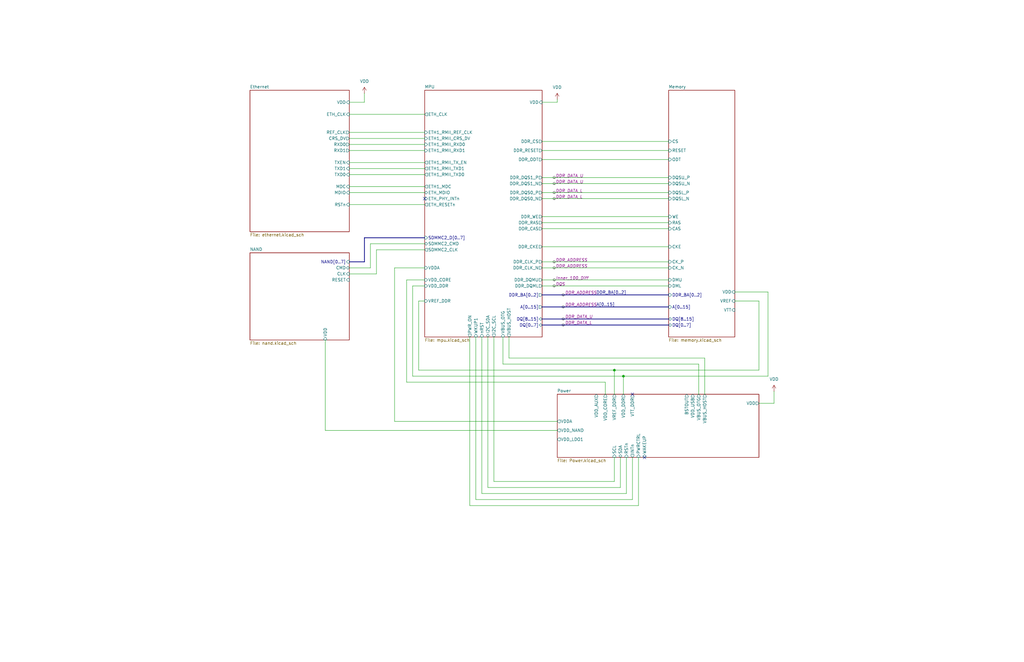
<source format=kicad_sch>
(kicad_sch (version 20231120) (generator "eeschema") (generator_version "8.0")
  (paper "B")
  (title_block (title "SBC") (date "2024-08-25") (rev "A") (comment 1 "Block Diagram") (comment 2 "Top Level") (comment 3 "Single Board Computer"))
  (lib_symbols
    (symbol "power:VDD" (power) (pin_numbers hide) (pin_names (offset 0) hide)
      (property "Value" "VDD" (at 0 3.556 0))
      (symbol "VDD_0_1"
        (polyline (pts (xy -0.762 1.27) (xy 0 2.54)))
        (polyline (pts (xy 0 0) (xy 0 2.54)))
        (polyline (pts (xy 0 2.54) (xy 0.762 1.27)))
      )
      (symbol "VDD_1_1"
        (pin power_in line (at 0 0 90) (length 0) (name "~") (number "1"))
      )
    )
  )
  (junction (at 262.89 158.75))
  (junction (at 259.08 156.21))
  (no_connect (at 266.7 166.37))
  (no_connect (at 271.78 193.04))
  (no_connect (at 179.07 83.82))
  (bus (pts (xy 228.6 137.16) (xy 281.94 137.16)))
  (bus (pts (xy 153.67 110.49) (xy 147.32 110.49)))
  (wire (pts (xy 228.6 43.18) (xy 234.95 43.18)))
  (bus (pts (xy 228.6 129.54) (xy 281.94 129.54)))
  (wire (pts (xy 320.04 127) (xy 320.04 156.21)))
  (wire (pts (xy 228.6 113.03) (xy 281.94 113.03)))
  (wire (pts (xy 228.6 83.82) (xy 281.94 83.82)))
  (wire (pts (xy 323.85 123.19) (xy 323.85 158.75)))
  (wire (pts (xy 198.12 142.24) (xy 198.12 213.36)))
  (wire (pts (xy 228.6 104.14) (xy 281.94 104.14)))
  (wire (pts (xy 176.53 156.21) (xy 176.53 127)))
  (wire (pts (xy 147.32 58.42) (xy 179.07 58.42)))
  (wire (pts (xy 205.74 205.74) (xy 261.62 205.74)))
  (wire (pts (xy 228.6 77.47) (xy 281.94 77.47)))
  (wire (pts (xy 203.2 142.24) (xy 203.2 208.28)))
  (wire (pts (xy 212.09 153.67) (xy 212.09 142.24)))
  (wire (pts (xy 153.67 43.18) (xy 153.67 39.37)))
  (wire (pts (xy 200.66 210.82) (xy 266.7 210.82)))
  (wire (pts (xy 326.39 170.18) (xy 326.39 165.1)))
  (wire (pts (xy 147.32 68.58) (xy 179.07 68.58)))
  (wire (pts (xy 147.32 73.66) (xy 179.07 73.66)))
  (bus (pts (xy 228.6 134.62) (xy 281.94 134.62)))
  (wire (pts (xy 234.95 43.18) (xy 234.95 41.91)))
  (wire (pts (xy 294.64 153.67) (xy 212.09 153.67)))
  (wire (pts (xy 228.6 63.5) (xy 281.94 63.5)))
  (wire (pts (xy 208.28 142.24) (xy 208.28 203.2)))
  (wire (pts (xy 269.24 213.36) (xy 269.24 193.04)))
  (wire (pts (xy 147.32 55.88) (xy 179.07 55.88)))
  (wire (pts (xy 158.75 105.41) (xy 158.75 115.57)))
  (wire (pts (xy 228.6 120.65) (xy 281.94 120.65)))
  (wire (pts (xy 320.04 170.18) (xy 326.39 170.18)))
  (wire (pts (xy 228.6 96.52) (xy 281.94 96.52)))
  (wire (pts (xy 261.62 205.74) (xy 261.62 193.04)))
  (wire (pts (xy 166.37 177.8) (xy 166.37 113.03)))
  (wire (pts (xy 323.85 123.19) (xy 309.88 123.19)))
  (wire (pts (xy 156.21 113.03) (xy 147.32 113.03)))
  (wire (pts (xy 205.74 142.24) (xy 205.74 205.74)))
  (wire (pts (xy 259.08 166.37) (xy 259.08 156.21)))
  (wire (pts (xy 255.27 161.29) (xy 171.45 161.29)))
  (wire (pts (xy 323.85 158.75) (xy 262.89 158.75)))
  (wire (pts (xy 147.32 81.28) (xy 179.07 81.28)))
  (wire (pts (xy 228.6 67.31) (xy 281.94 67.31)))
  (wire (pts (xy 228.6 81.28) (xy 281.94 81.28)))
  (wire (pts (xy 228.6 93.98) (xy 281.94 93.98)))
  (wire (pts (xy 158.75 115.57) (xy 147.32 115.57)))
  (wire (pts (xy 228.6 110.49) (xy 281.94 110.49)))
  (wire (pts (xy 228.6 118.11) (xy 281.94 118.11)))
  (wire (pts (xy 297.18 151.13) (xy 214.63 151.13)))
  (wire (pts (xy 214.63 142.24) (xy 214.63 151.13)))
  (wire (pts (xy 176.53 127) (xy 179.07 127)))
  (wire (pts (xy 259.08 156.21) (xy 320.04 156.21)))
  (wire (pts (xy 320.04 127) (xy 309.88 127)))
  (wire (pts (xy 264.16 208.28) (xy 264.16 193.04)))
  (wire (pts (xy 228.6 74.93) (xy 281.94 74.93)))
  (wire (pts (xy 166.37 113.03) (xy 179.07 113.03)))
  (wire (pts (xy 198.12 213.36) (xy 269.24 213.36)))
  (wire (pts (xy 147.32 63.5) (xy 179.07 63.5)))
  (wire (pts (xy 147.32 78.74) (xy 179.07 78.74)))
  (wire (pts (xy 147.32 60.96) (xy 179.07 60.96)))
  (bus (pts (xy 153.67 100.33) (xy 153.67 110.49)))
  (bus (pts (xy 228.6 124.46) (xy 281.94 124.46)))
  (wire (pts (xy 255.27 166.37) (xy 255.27 161.29)))
  (wire (pts (xy 156.21 102.87) (xy 156.21 113.03)))
  (wire (pts (xy 147.32 86.36) (xy 179.07 86.36)))
  (wire (pts (xy 297.18 166.37) (xy 297.18 151.13)))
  (wire (pts (xy 259.08 156.21) (xy 176.53 156.21)))
  (wire (pts (xy 208.28 203.2) (xy 259.08 203.2)))
  (wire (pts (xy 137.16 143.51) (xy 137.16 181.61)))
  (wire (pts (xy 262.89 158.75) (xy 173.99 158.75)))
  (wire (pts (xy 171.45 161.29) (xy 171.45 118.11)))
  (wire (pts (xy 147.32 48.26) (xy 179.07 48.26)))
  (wire (pts (xy 203.2 208.28) (xy 264.16 208.28)))
  (wire (pts (xy 156.21 102.87) (xy 179.07 102.87)))
  (wire (pts (xy 173.99 120.65) (xy 179.07 120.65)))
  (wire (pts (xy 262.89 158.75) (xy 262.89 166.37)))
  (wire (pts (xy 266.7 210.82) (xy 266.7 193.04)))
  (wire (pts (xy 171.45 118.11) (xy 179.07 118.11)))
  (wire (pts (xy 147.32 71.12) (xy 179.07 71.12)))
  (wire (pts (xy 200.66 142.24) (xy 200.66 210.82)))
  (wire (pts (xy 234.95 181.61) (xy 137.16 181.61)))
  (wire (pts (xy 173.99 158.75) (xy 173.99 120.65)))
  (wire (pts (xy 147.32 43.18) (xy 153.67 43.18)))
  (wire (pts (xy 228.6 91.44) (xy 281.94 91.44)))
  (wire (pts (xy 259.08 203.2) (xy 259.08 193.04)))
  (bus (pts (xy 179.07 100.33) (xy 153.67 100.33)))
  (wire (pts (xy 158.75 105.41) (xy 179.07 105.41)))
  (wire (pts (xy 234.95 177.8) (xy 166.37 177.8)))
  (wire (pts (xy 294.64 166.37) (xy 294.64 153.67)))
  (wire (pts (xy 228.6 59.69) (xy 281.94 59.69)))
  (label "DDR_BA[0..2]" (at 251.46 124.46 0) (property "Netclass" "BUS" (effects (hide yes))))
  (label "A[0..15]" (at 251.46 129.54 0) (property "Netclass" "A_BUS" (effects (hide yes))))
  (netclass_flag "" (length 0.0254) (shape round) (at 233.68 81.28 0) (property "Netclass" "DDR_DATA_L" (at 234.2896 81.2546 0) (effects (font (italic yes)) (justify left bottom))))
  (netclass_flag "" (length 0.0254) (shape round) (at 237.49 134.62 0) (property "Netclass" "DDR_DATA_U" (at 238.252 134.366 0) (effects (font (italic yes)) (justify left bottom))))
  (netclass_flag "" (length 0.0254) (shape round) (at 237.49 124.46 0) (property "Netclass" "DDR_ADDRESS" (at 238.252 124.206 0) (effects (font (italic yes)) (justify left bottom))))
  (netclass_flag "" (length 0.0254) (shape round) (at 237.49 137.16 0) (property "Netclass" "DDR_DATA_L" (at 238.252 136.906 0) (effects (font (italic yes)) (justify left bottom))))
  (netclass_flag "" (length 0.0254) (shape round) (at 233.68 83.82 0) (property "Netclass" "DDR_DATA_L" (at 234.2896 83.7946 0) (effects (font (italic yes)) (justify left bottom))))
  (netclass_flag "" (length 0.0254) (shape round) (at 233.68 113.03 0) (property "Netclass" "DDR_ADDRESS" (at 234.2896 113.0046 0) (effects (font (italic yes)) (justify left bottom))))
  (netclass_flag "" (length 0.0254) (shape round) (at 237.49 129.54 0) (property "Netclass" "DDR_ADDRESS" (at 238.252 129.286 0) (effects (font (italic yes)) (justify left bottom))))
  (netclass_flag "" (length 0.0254) (shape round) (at 233.68 110.49 0) (property "Netclass" "DDR_ADDRESS" (at 234.2896 110.4646 0) (effects (font (italic yes)) (justify left bottom))))
  (netclass_flag "" (length 0.0254) (shape round) (at 233.68 77.47 0) (property "Netclass" "DDR_DATA_U" (at 234.2896 77.4446 0) (effects (font (italic yes)) (justify left bottom))))
  (netclass_flag "" (length 0.0254) (shape round) (at 233.68 74.93 0) (property "Netclass" "DDR_DATA_U" (at 234.2896 74.9046 0) (effects (font (italic yes)) (justify left bottom))))
  (netclass_flag "" (length 0.0254) (shape round) (at 233.68 120.65 0) (property "Netclass" "DQS" (at 234.2896 120.6246 0) (effects (font (italic yes)) (justify left bottom))))
  (netclass_flag "" (length 0.0254) (shape round) (at 233.747 118.11 0) (property "Netclass" "Inner_100_Diff" (at 234.3566 118.0846 0) (effects (font (italic yes)) (justify left bottom))))
  (symbol (lib_id "power:VDD") (at 326.39 165.1 0) (unit 1)
    (property "Reference" "#PWR03" (effects (hide yes)))
    (property "Value" "VDD" (at 326.39 160.02 0))
    (property "Description" "Power symbol creates a global label with name \"VDD\"" (effects (hide yes)))
  )
  (symbol (lib_id "power:VDD") (at 153.67 39.37 0) (unit 1)
    (property "Reference" "#PWR01" (effects (hide yes)))
    (property "Value" "VDD" (at 153.67 34.29 0))
    (property "Description" "Power symbol creates a global label with name \"VDD\"" (effects (hide yes)))
  )
  (symbol (lib_id "power:VDD") (at 234.95 41.91 0) (unit 1)
    (property "Reference" "#PWR02" (effects (hide yes)))
    (property "Value" "VDD" (at 234.95 36.83 0))
    (property "Description" "Power symbol creates a global label with name \"VDD\"" (effects (hide yes)))
  )
  (sheet (at 281.94 38.1) (size 27.94 104.14) (stroke (width 0.1524))
    (property "Sheetname" "Memory" (at 281.94 37.3884 0) (effects (justify left bottom)))
    (property "Sheetfile" "memory.kicad_sch" (at 281.94 142.8246 0) (effects (justify left top)))
    (pin "A[0..15]" input (at 281.94 129.54 180))
    (pin "CAS" input (at 281.94 96.52 180))
    (pin "CKE" input (at 281.94 104.14 180))
    (pin "RAS" input (at 281.94 93.98 180))
    (pin "ODT" input (at 281.94 67.31 180))
    (pin "WE" input (at 281.94 91.44 180))
    (pin "CS" input (at 281.94 59.69 180))
    (pin "DML" input (at 281.94 120.65 180))
    (pin "DMU" input (at 281.94 118.11 180))
    (pin "VREF" input (at 309.88 127 0))
    (pin "VDD" input (at 309.88 123.19 0))
    (pin "RESET" input (at 281.94 63.5 180))
    (pin "DQSU_P" input (at 281.94 74.93 180))
    (pin "DQSU_N" input (at 281.94 77.47 180))
    (pin "DQSL_P" input (at 281.94 81.28 180))
    (pin "DQSL_N" input (at 281.94 83.82 180))
    (pin "DDR_BA[0..2]" input (at 281.94 124.46 180))
    (pin "CK_P" input (at 281.94 110.49 180))
    (pin "CK_N" input (at 281.94 113.03 180))
    (pin "VTT" input (at 309.88 130.81 0))
    (pin "DQ[0..7]" bidirectional (at 281.94 137.16 180))
    (pin "DQ[8..15]" bidirectional (at 281.94 134.62 180))
  )
  (sheet (at 179.07 38.1) (size 49.53 104.14) (stroke (width 0.1524))
    (property "Sheetname" "MPU" (at 179.07 37.3884 0) (effects (justify left bottom)))
    (property "Sheetfile" "mpu.kicad_sch" (at 179.07 142.8246 0) (effects (justify left top)))
    (pin "A[0..15]" output (at 228.6 129.54 0))
    (pin "DDR_BA[0..2]" output (at 228.6 124.46 0))
    (pin "DDR_CKE" output (at 228.6 104.14 0))
    (pin "DDR_CAS" output (at 228.6 96.52 0))
    (pin "DDR_RAS" output (at 228.6 93.98 0))
    (pin "DDR_WE" output (at 228.6 91.44 0))
    (pin "DDR_DQS0_N" output (at 228.6 83.82 0))
    (pin "DDR_DQS1_N" output (at 228.6 77.47 0))
    (pin "DDR_DQS0_P" output (at 228.6 81.28 0))
    (pin "DDR_DQS1_P" output (at 228.6 74.93 0))
    (pin "DDR_DQMU" output (at 228.6 118.11 0))
    (pin "DDR_DQML" output (at 228.6 120.65 0))
    (pin "DDR_CS" output (at 228.6 59.69 0))
    (pin "DDR_ODT" output (at 228.6 67.31 0))
    (pin "VREF_DDR" input (at 179.07 127 180))
    (pin "VDD_DDR" input (at 179.07 120.65 180))
    (pin "VDD_CORE" input (at 179.07 118.11 180))
    (pin "VDD" input (at 228.6 43.18 0))
    (pin "VBUS_OTG" input (at 212.09 142.24 270))
    (pin "VDDA" input (at 179.07 113.03 180))
    (pin "DDR_RESET" output (at 228.6 63.5 0))
    (pin "SDMMC2_CLK" output (at 179.07 105.41 180))
    (pin "SDMMC2_CMD" bidirectional (at 179.07 102.87 180))
    (pin "SDMMC2_D[0..7]" input (at 179.07 100.33 180))
    (pin "I2C_SCL" output (at 208.28 142.24 270))
    (pin "I2C_SDA" bidirectional (at 205.74 142.24 270))
    (pin "WKUP1" input (at 200.66 142.24 270))
    (pin "nRST" input (at 203.2 142.24 270))
    (pin "PWR_ON" output (at 198.12 142.24 270))
    (pin "ETH1_RMII_TXD0" output (at 179.07 73.66 180))
    (pin "ETH1_RMII_TXD1" output (at 179.07 71.12 180))
    (pin "ETH1_RMII_TX_EN" output (at 179.07 68.58 180))
    (pin "ETH1_RMII_CRS_DV" input (at 179.07 58.42 180))
    (pin "ETH1_RMII_RXD0" input (at 179.07 60.96 180))
    (pin "ETH1_RMII_RXD1" input (at 179.07 63.5 180))
    (pin "ETH1_RMII_REF_CLK" input (at 179.07 55.88 180))
    (pin "ETH1_MDC" output (at 179.07 78.74 180))
    (pin "ETH_PHY_INTn" input (at 179.07 83.82 180))
    (pin "ETH_MDIO" bidirectional (at 179.07 81.28 180))
    (pin "ETH_RESETn" output (at 179.07 86.36 180))
    (pin "ETH_CLK" output (at 179.07 48.26 180))
    (pin "VBUS_HOST" output (at 214.63 142.24 270))
    (pin "DDR_CLK_N" output (at 228.6 113.03 0))
    (pin "DDR_CLK_P" output (at 228.6 110.49 0))
    (pin "DQ[8..15]" bidirectional (at 228.6 134.62 0))
    (pin "DQ[0..7]" bidirectional (at 228.6 137.16 0))
  )
  (sheet (at 234.95 166.37) (size 85.09 26.67) (stroke (width 0.1524))
    (property "Sheetname" "Power" (at 234.95 165.6584 0) (effects (justify left bottom)))
    (property "Sheetfile" "Power.kicad_sch" (at 234.95 193.6246 0) (effects (justify left top)))
    (pin "VREF_DDR" output (at 259.08 166.37 90))
    (pin "VDD_DDR" output (at 262.89 166.37 90))
    (pin "VDD_CORE" output (at 255.27 166.37 90))
    (pin "VDD_AUX" output (at 251.46 166.37 90))
    (pin "VDD" output (at 320.04 170.18 0))
    (pin "VDD_NAND" output (at 234.95 181.61 180))
    (pin "VDD_LDO1" output (at 234.95 185.42 180))
    (pin "VDDA" output (at 234.95 177.8 180))
    (pin "PWRCTRL" input (at 269.24 193.04 270))
    (pin "INTn" output (at 266.7 193.04 270))
    (pin "VBUS_HOST" output (at 297.18 166.37 90))
    (pin "VDD_USB" output (at 292.1 166.37 90))
    (pin "BSTOUT" output (at 289.56 166.37 90))
    (pin "VBUS_OTG" output (at 294.64 166.37 90))
    (pin "SCL" input (at 259.08 193.04 270))
    (pin "WAKEUP" input (at 271.78 193.04 270))
    (pin "SDA" bidirectional (at 261.62 193.04 270))
    (pin "RSTn" input (at 264.16 193.04 270))
    (pin "VTT_DDR" output (at 266.7 166.37 90))
  )
  (sheet (at 105.41 106.68) (size 41.91 36.83) (stroke (width 0.1524))
    (property "Sheetname" "NAND" (at 105.41 105.9684 0) (effects (justify left bottom)))
    (property "Sheetfile" "nand.kicad_sch" (at 105.41 144.0946 0) (effects (justify left top)))
    (pin "VDD" input (at 137.16 143.51 270))
    (pin "CLK" input (at 147.32 115.57 0))
    (pin "CMD" bidirectional (at 147.32 113.03 0))
    (pin "NAND[0..7]" input (at 147.32 110.49 0))
    (pin "RESET" input (at 147.32 118.11 0))
  )
  (sheet (at 105.41 38.1) (size 41.91 59.69) (stroke (width 0.1524))
    (property "Sheetname" "Ethernet" (at 105.41 37.3884 0) (effects (justify left bottom)))
    (property "Sheetfile" "ethernet.kicad_sch" (at 105.41 98.3746 0) (effects (justify left top)))
    (pin "TXD0" input (at 147.32 73.66 0))
    (pin "RXD1" output (at 147.32 63.5 0))
    (pin "TXD1" input (at 147.32 71.12 0))
    (pin "RXD0" output (at 147.32 60.96 0))
    (pin "TXEN" input (at 147.32 68.58 0))
    (pin "VDD" input (at 147.32 43.18 0))
    (pin "ETH_CLK" input (at 147.32 48.26 0))
    (pin "MDC" input (at 147.32 78.74 0))
    (pin "MDIO" input (at 147.32 81.28 0))
    (pin "CRS_DV" output (at 147.32 58.42 0))
    (pin "RSTn" input (at 147.32 86.36 0))
    (pin "REF_CLK" output (at 147.32 55.88 0))
  )
)
</source>
